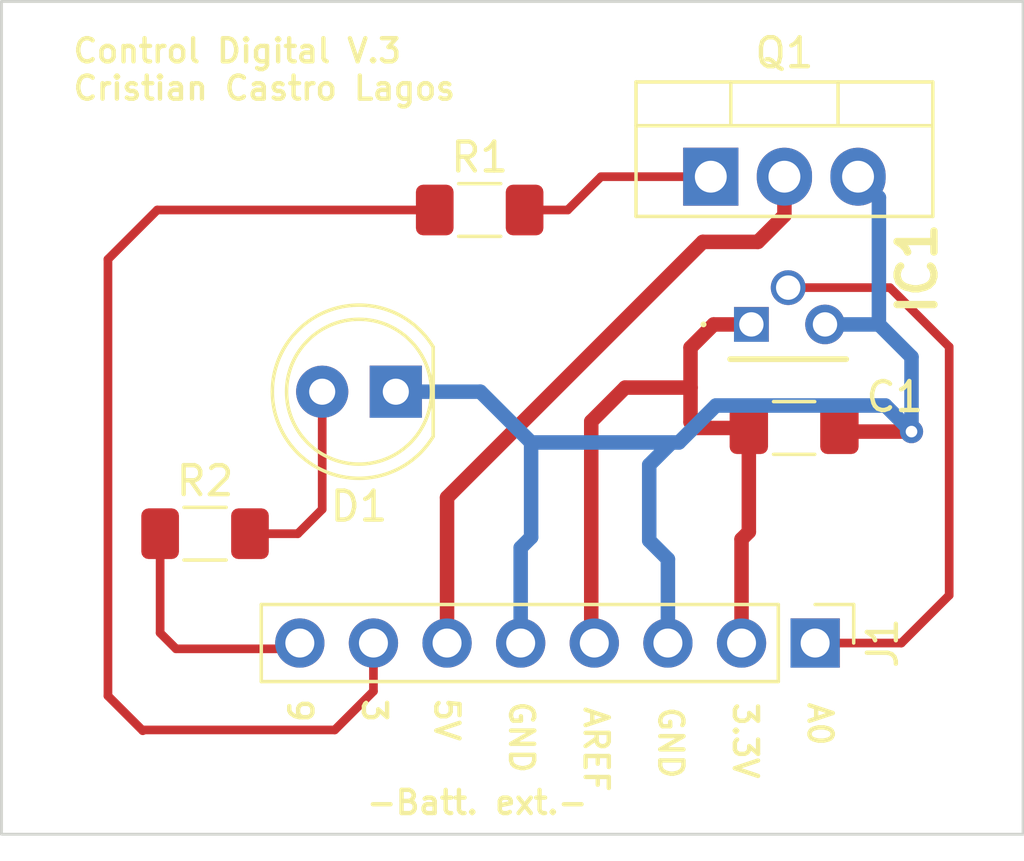
<source format=kicad_pcb>
(kicad_pcb (version 20241229) (generator "pcbnew") (generator_version "9.0")
  (layers (0 "F.Cu" signal) (2 "B.Cu" signal) (13 "F.Paste" user) (15 "B.Paste" user) (5 "F.SilkS" user "F.Silkscreen") (7 "B.SilkS" user "B.Silkscreen") (1 "F.Mask" user) (3 "B.Mask" user) (25 "Edge.Cuts" user))
  (net 0 "")
  (net 1 "Net-(D1-A)")
  (net 2 "Net-(IC1-VOUT)")
  (net 3 "GND")
  (net 4 "+5VA")
  (net 5 "+3V3")
  (net 6 "Net-(Q1-B)")
  (net 7 "Net-(J1-Pin_7)")
  (net 8 "Net-(J1-Pin_8)")
  (footprint "Resistor_SMD:R_1206_3216Metric_Pad1.30x1.75mm_HandSolder" (layer "F.Cu") (at 128.8 71.45)
    (property "Reference" "R2" (at 0 -1.82 0) (layer "F.SilkS"))
    (property "Value" "470")
    (fp_line (start -0.727064 -0.91) (end 0.727064 -0.91) (stroke (width 0.12)) (layer "F.SilkS"))
    (fp_line (start -0.727064 0.91) (end 0.727064 0.91) (stroke (width 0.12)) (layer "F.SilkS"))
    (pad "1" smd roundrect (at -1.55 0) (size 1.3 1.75) (layers "F.Cu" "F.Mask" "F.Paste") (roundrect_rratio 0.192308) (net 8 "Net-(J1-Pin_8)"))
    (pad "2" smd roundrect (at 1.55 0) (size 1.3 1.75) (layers "F.Cu" "F.Mask" "F.Paste") (roundrect_rratio 0.192308) (net 1 "Net-(D1-A)"))
  )
  (footprint "SamacSys_Parts:TMP36GT9" (layer "F.Cu") (at 147.65 64.225 90)
    (property "Reference" "IC1" (at 1.925 5.725 90) (layer "F.SilkS") (effects (font (size 1.27 1.27) (thickness 0.254))))
    (property "Value" "TMP36GT9" (hide yes))
    (fp_line (start 0 -1.7) (end 0 -1.7) (stroke (width 0.1)) (layer "F.SilkS"))
    (fp_line (start 0 -1.6) (end 0 -1.6) (stroke (width 0.1)) (layer "F.SilkS"))
    (fp_line (start -1.2 -0.73) (end -1.2 3.27) (stroke (width 0.2)) (layer "F.SilkS"))
    (fp_arc (start 0 -1.7) (mid 0.05 -1.65) (end 0 -1.6) (stroke (width 0.1)) (layer "F.SilkS"))
    (fp_arc (start 0 -1.6) (mid -0.05 -1.65) (end 0 -1.7) (stroke (width 0.1)) (layer "F.SilkS"))
    (pad "1" thru_hole rect (at 0 0 90) (size 1.2 1.2) (drill 0.84) (layers "*.Cu" "*.Mask") (net 5 "+3V3"))
    (pad "2" thru_hole circle (at 1.27 1.27 90) (size 1.2 1.2) (drill 0.84) (layers "*.Cu" "*.Mask") (net 2 "Net-(IC1-VOUT)"))
    (pad "3" thru_hole circle (at 0 2.54 90) (size 1.365 1.365) (drill 0.84) (layers "*.Cu" "*.Mask") (net 3 "GND"))
  )
  (footprint "LED_THT:LED_D5.0mm" (layer "F.Cu") (at 135.382 66.548 180)
    (property "Reference" "D1" (at 1.27 -3.96 180) (layer "F.SilkS"))
    (property "Value" "LED")
    (fp_line (start -1.29 -1.545) (end -1.29 1.545) (stroke (width 0.12)) (layer "F.SilkS"))
    (fp_arc (start 4.26 0.000048) (mid 2.071756 2.880501) (end -1.29 1.54483) (stroke (width 0.12)) (layer "F.SilkS"))
    (fp_arc (start -1.29 -1.54483) (mid 2.071756 -2.880501) (end 4.26 -0.000048) (stroke (width 0.12)) (layer "F.SilkS"))
    (fp_circle (center 1.27 0) (end 3.77 0) (stroke (width 0.12)) (fill no) (layer "F.SilkS"))
    (pad "1" thru_hole rect (at 0 0 180) (size 1.8 1.8) (drill 0.9) (layers "*.Cu" "*.Mask") (net 3 "GND"))
    (pad "2" thru_hole circle (at 2.54 0 180) (size 1.8 1.8) (drill 0.9) (layers "*.Cu" "*.Mask") (net 1 "Net-(D1-A)"))
  )
  (footprint "Package_TO_SOT_THT:TO-220-3_Vertical" (layer "F.Cu") (at 146.25 59.125)
    (property "Reference" "Q1" (at 2.54 -4.27 0) (layer "F.SilkS"))
    (property "Value" "TIP31C")
    (fp_line (start -2.58 -3.27) (end -2.58 1.371) (stroke (width 0.12)) (layer "F.SilkS"))
    (fp_line (start -2.58 -3.27) (end 7.66 -3.27) (stroke (width 0.12)) (layer "F.SilkS"))
    (fp_line (start -2.58 -1.76) (end 7.66 -1.76) (stroke (width 0.12)) (layer "F.SilkS"))
    (fp_line (start -2.58 1.371) (end 7.66 1.371) (stroke (width 0.12)) (layer "F.SilkS"))
    (fp_line (start 0.69 -3.27) (end 0.69 -1.76) (stroke (width 0.12)) (layer "F.SilkS"))
    (fp_line (start 4.391 -3.27) (end 4.391 -1.76) (stroke (width 0.12)) (layer "F.SilkS"))
    (fp_line (start 7.66 -3.27) (end 7.66 1.371) (stroke (width 0.12)) (layer "F.SilkS"))
    (pad "1" thru_hole rect (at 0 0) (size 1.905 2) (drill 1.1) (layers "*.Cu" "*.Mask") (net 6 "Net-(Q1-B)"))
    (pad "2" thru_hole oval (at 2.54 0) (size 1.905 2) (drill 1.1) (layers "*.Cu" "*.Mask") (net 4 "+5VA"))
    (pad "3" thru_hole oval (at 5.08 0) (size 1.905 2) (drill 1.1) (layers "*.Cu" "*.Mask") (net 3 "GND"))
  )
  (footprint "Capacitor_SMD:C_1206_3216Metric_Pad1.33x1.80mm_HandSolder" (layer "F.Cu") (at 149.125 67.8)
    (property "Reference" "C1" (at 3.475 -1.075 0) (layer "F.SilkS"))
    (property "Value" "C")
    (fp_line (start -0.711252 -0.91) (end 0.711252 -0.91) (stroke (width 0.12)) (layer "F.SilkS"))
    (fp_line (start -0.711252 0.91) (end 0.711252 0.91) (stroke (width 0.12)) (layer "F.SilkS"))
    (pad "1" smd roundrect (at -1.5625 0) (size 1.325 1.8) (layers "F.Cu" "F.Mask" "F.Paste") (roundrect_rratio 0.188679) (net 5 "+3V3"))
    (pad "2" smd roundrect (at 1.5625 0) (size 1.325 1.8) (layers "F.Cu" "F.Mask" "F.Paste") (roundrect_rratio 0.188679) (net 3 "GND"))
  )
  (footprint "Resistor_SMD:R_1206_3216Metric_Pad1.30x1.75mm_HandSolder" (layer "F.Cu") (at 138.275 60.275)
    (property "Reference" "R1" (at 0 -1.82 0) (layer "F.SilkS"))
    (property "Value" "470")
    (fp_line (start -0.727064 -0.91) (end 0.727064 -0.91) (stroke (width 0.12)) (layer "F.SilkS"))
    (fp_line (start -0.727064 0.91) (end 0.727064 0.91) (stroke (width 0.12)) (layer "F.SilkS"))
    (pad "1" smd roundrect (at -1.55 0) (size 1.3 1.75) (layers "F.Cu" "F.Mask" "F.Paste") (roundrect_rratio 0.192308) (net 7 "Net-(J1-Pin_7)"))
    (pad "2" smd roundrect (at 1.55 0) (size 1.3 1.75) (layers "F.Cu" "F.Mask" "F.Paste") (roundrect_rratio 0.192308) (net 6 "Net-(Q1-B)"))
  )
  (footprint "Connector_PinHeader_2.54mm:PinHeader_1x08_P2.54mm_Vertical" (layer "F.Cu") (at 149.85 75.225 -90)
    (property "Reference" "J1" (at 0 -2.33 270) (layer "F.SilkS"))
    (property "Value" "Conn_01x08_Socket")
    (fp_line (start -1.33 19.11) (end 1.33 19.11) (stroke (width 0.12)) (layer "F.SilkS"))
    (fp_line (start -1.33 1.27) (end -1.33 19.11) (stroke (width 0.12)) (layer "F.SilkS"))
    (fp_line (start -1.33 1.27) (end 1.33 1.27) (stroke (width 0.12)) (layer "F.SilkS"))
    (fp_line (start 1.33 1.27) (end 1.33 19.11) (stroke (width 0.12)) (layer "F.SilkS"))
    (fp_line (start -1.33 0) (end -1.33 -1.33) (stroke (width 0.12)) (layer "F.SilkS"))
    (fp_line (start -1.33 -1.33) (end 0 -1.33) (stroke (width 0.12)) (layer "F.SilkS"))
    (pad "1" thru_hole rect (at 0 0 270) (size 1.7 1.7) (drill 1) (layers "*.Cu" "*.Mask") (net 2 "Net-(IC1-VOUT)"))
    (pad "2" thru_hole oval (at 0 2.54 270) (size 1.7 1.7) (drill 1) (layers "*.Cu" "*.Mask") (net 5 "+3V3"))
    (pad "3" thru_hole oval (at 0 5.08 270) (size 1.7 1.7) (drill 1) (layers "*.Cu" "*.Mask") (net 3 "GND"))
    (pad "4" thru_hole oval (at 0 7.62 270) (size 1.7 1.7) (drill 1) (layers "*.Cu" "*.Mask") (net 5 "+3V3"))
    (pad "5" thru_hole oval (at 0 10.16 270) (size 1.7 1.7) (drill 1) (layers "*.Cu" "*.Mask") (net 3 "GND"))
    (pad "6" thru_hole oval (at 0 12.7 270) (size 1.7 1.7) (drill 1) (layers "*.Cu" "*.Mask") (net 4 "+5VA"))
    (pad "7" thru_hole oval (at 0 15.24 270) (size 1.7 1.7) (drill 1) (layers "*.Cu" "*.Mask") (net 7 "Net-(J1-Pin_7)"))
    (pad "8" thru_hole oval (at 0 17.78 270) (size 1.7 1.7) (drill 1) (layers "*.Cu" "*.Mask") (net 8 "Net-(J1-Pin_8)"))
  )
  (gr_rect (start 121.775 53.075) (end 157.025 81.825) (stroke (width 0.1)) (fill no) (layer "Edge.Cuts"))
  (gr_text "GND\n\nAREF " (at 141.825 77.35 270) (layer "F.SilkS") (effects (font (size 0.8 0.8) (thickness 0.15) (bold yes)) (justify left bottom)))
  (gr_text "A0\n\n3.3V " (at 146.975 77.2 270) (layer "F.SilkS") (effects (font (size 0.8 0.8) (thickness 0.15) (bold yes)) (justify left bottom)))
  (gr_text "Control Digital V.3\nCristian Castro Lagos" (at 124.175 55.425 0) (layer "F.SilkS") (effects (font (size 0.8 0.8)) (justify left)))
  (gr_text "GND\n\n5V  \n" (at 136.675 78.475 270) (layer "F.SilkS") (effects (font (size 0.8 0.8) (thickness 0.15) (bold yes)) (justify bottom)))
  (gr_text "3\n\n9   " (at 131.6 77.075 270) (layer "F.SilkS") (effects (font (size 0.8 0.8) (thickness 0.15) (bold yes)) (justify left bottom)))
  (gr_text "-Batt. ext.-" (at 134.3 81.2 0) (layer "F.SilkS") (effects (font (size 0.8 0.8) (thickness 0.15) (bold yes)) (justify left bottom)))
  (segment (start 132.842 66.548) (end 132.842 70.608) (width 0.3) (layer "F.Cu") (net 1))
  (segment (start 132.842 70.608) (end 132 71.45) (width 0.3) (layer "F.Cu") (net 1))
  (segment (start 132 71.45) (end 130.35 71.45) (width 0.3) (layer "F.Cu") (net 1))
  (segment (start 154.475 73.575) (end 152.825 75.225) (width 0.3) (layer "F.Cu") (net 2))
  (segment (start 148.92 62.955) (end 152.43 62.955) (width 0.3) (layer "F.Cu") (net 2))
  (segment (start 154.475 65) (end 154.475 73.575) (width 0.3) (layer "F.Cu") (net 2))
  (segment (start 152.43 62.955) (end 154.475 65) (width 0.3) (layer "F.Cu") (net 2))
  (segment (start 152.825 75.225) (end 149.85 75.225) (width 0.3) (layer "F.Cu") (net 2))
  (segment (start 153.175 67.925) (end 150.8125 67.925) (width 0.5) (layer "F.Cu") (net 3))
  (via (at 153.175 67.925) (size 0.8) (drill 0.4) (layers "F.Cu" "B.Cu") (net 3))
  (segment (start 139.69 71.935) (end 140.05 71.575) (width 0.5) (layer "B.Cu") (net 3))
  (segment (start 138.298 66.548) (end 135.382 66.548) (width 0.5) (layer "B.Cu") (net 3))
  (segment (start 152.05 64.225) (end 153.175 65.35) (width 0.5) (layer "B.Cu") (net 3))
  (segment (start 140.05 68.3) (end 138.298 66.548) (width 0.5) (layer "B.Cu") (net 3))
  (segment (start 146.425 67.025) (end 145.15 68.3) (width 0.5) (layer "B.Cu") (net 3))
  (segment (start 144.125 69.075) (end 144.9 68.3) (width 0.5) (layer "B.Cu") (net 3))
  (segment (start 139.69 75.225) (end 139.69 71.935) (width 0.5) (layer "B.Cu") (net 3))
  (segment (start 144.77 75.225) (end 144.77 72.33) (width 0.5) (layer "B.Cu") (net 3))
  (segment (start 153.175 67.925) (end 152.275 67.025) (width 0.5) (layer "B.Cu") (net 3))
  (segment (start 152.05 59.845) (end 152.05 64.225) (width 0.5) (layer "B.Cu") (net 3))
  (segment (start 151.33 59.125) (end 152.05 59.845) (width 0.5) (layer "B.Cu") (net 3))
  (segment (start 150.19 64.225) (end 152.05 64.225) (width 0.5) (layer "B.Cu") (net 3))
  (segment (start 153.175 65.35) (end 153.175 67.925) (width 0.5) (layer "B.Cu") (net 3))
  (segment (start 144.9 68.3) (end 140.05 68.3) (width 0.5) (layer "B.Cu") (net 3))
  (segment (start 145.15 68.3) (end 144.9 68.3) (width 0.5) (layer "B.Cu") (net 3))
  (segment (start 144.77 72.33) (end 144.125 71.685) (width 0.5) (layer "B.Cu") (net 3))
  (segment (start 152.275 67.025) (end 146.425 67.025) (width 0.5) (layer "B.Cu") (net 3))
  (segment (start 140.05 71.575) (end 140.05 68.3) (width 0.5) (layer "B.Cu") (net 3))
  (segment (start 144.125 71.685) (end 144.125 69.075) (width 0.5) (layer "B.Cu") (net 3))
  (segment (start 145.975 61.375) (end 147.875 61.375) (width 0.5) (layer "F.Cu") (net 4))
  (segment (start 147.875 61.375) (end 148.79 60.46) (width 0.5) (layer "F.Cu") (net 4))
  (segment (start 137.15 70.2) (end 145.975 61.375) (width 0.5) (layer "F.Cu") (net 4))
  (segment (start 137.15 75.225) (end 137.15 70.2) (width 0.5) (layer "F.Cu") (net 4))
  (segment (start 148.79 60.46) (end 148.79 59.125) (width 0.5) (layer "F.Cu") (net 4))
  (segment (start 145.55 67.6) (end 145.55 66.406) (width 0.5) (layer "F.Cu") (net 5))
  (segment (start 146.35 64.225) (end 145.55 65.025) (width 0.5) (layer "F.Cu") (net 5))
  (segment (start 142.125 67.575) (end 142.125 75.12) (width 0.5) (layer "F.Cu") (net 5))
  (segment (start 145.55 66.406) (end 143.294 66.406) (width 0.5) (layer "F.Cu") (net 5))
  (segment (start 147.5625 67.8) (end 145.75 67.8) (width 0.5) (layer "F.Cu") (net 5))
  (segment (start 147.5625 71.3875) (end 147.31 71.64) (width 0.5) (layer "F.Cu") (net 5))
  (segment (start 147.65 64.225) (end 146.35 64.225) (width 0.5) (layer "F.Cu") (net 5))
  (segment (start 145.75 67.8) (end 145.55 67.6) (width 0.5) (layer "F.Cu") (net 5))
  (segment (start 147.5625 67.8) (end 147.5625 71.3875) (width 0.5) (layer "F.Cu") (net 5))
  (segment (start 145.55 65.025) (end 145.55 66.406) (width 0.5) (layer "F.Cu") (net 5))
  (segment (start 143.294 66.406) (end 142.125 67.575) (width 0.5) (layer "F.Cu") (net 5))
  (segment (start 147.31 71.64) (end 147.31 75.225) (width 0.5) (layer "F.Cu") (net 5))
  (segment (start 142.462 59.125) (end 141.312 60.275) (width 0.3) (layer "F.Cu") (net 6))
  (segment (start 141.312 60.275) (end 139.825 60.275) (width 0.3) (layer "F.Cu") (net 6))
  (segment (start 146.25 59.125) (end 142.462 59.125) (width 0.3) (layer "F.Cu") (net 6))
  (segment (start 126.65 78.225) (end 126.65 78.25) (width 0.3) (layer "F.Cu") (net 7))
  (segment (start 127.15 60.275) (end 136.725 60.275) (width 0.3) (layer "F.Cu") (net 7))
  (segment (start 134.61 75.225) (end 134.61 76.89) (width 0.3) (layer "F.Cu") (net 7))
  (segment (start 134.61 76.89) (end 133.275 78.225) (width 0.3) (layer "F.Cu") (net 7))
  (segment (start 125.45 77.05) (end 125.45 61.975) (width 0.3) (layer "F.Cu") (net 7))
  (segment (start 133.275 78.225) (end 126.65 78.225) (width 0.3) (layer "F.Cu") (net 7))
  (segment (start 126.65 78.25) (end 125.45 77.05) (width 0.3) (layer "F.Cu") (net 7))
  (segment (start 125.45 61.975) (end 127.15 60.275) (width 0.3) (layer "F.Cu") (net 7))
  (segment (start 127.8 75.425) (end 131.87 75.425) (width 0.3) (layer "F.Cu") (net 8))
  (segment (start 127.25 74.875) (end 127.8 75.425) (width 0.3) (layer "F.Cu") (net 8))
  (segment (start 127.25 71.45) (end 127.25 74.875) (width 0.3) (layer "F.Cu") (net 8))
)
</source>
